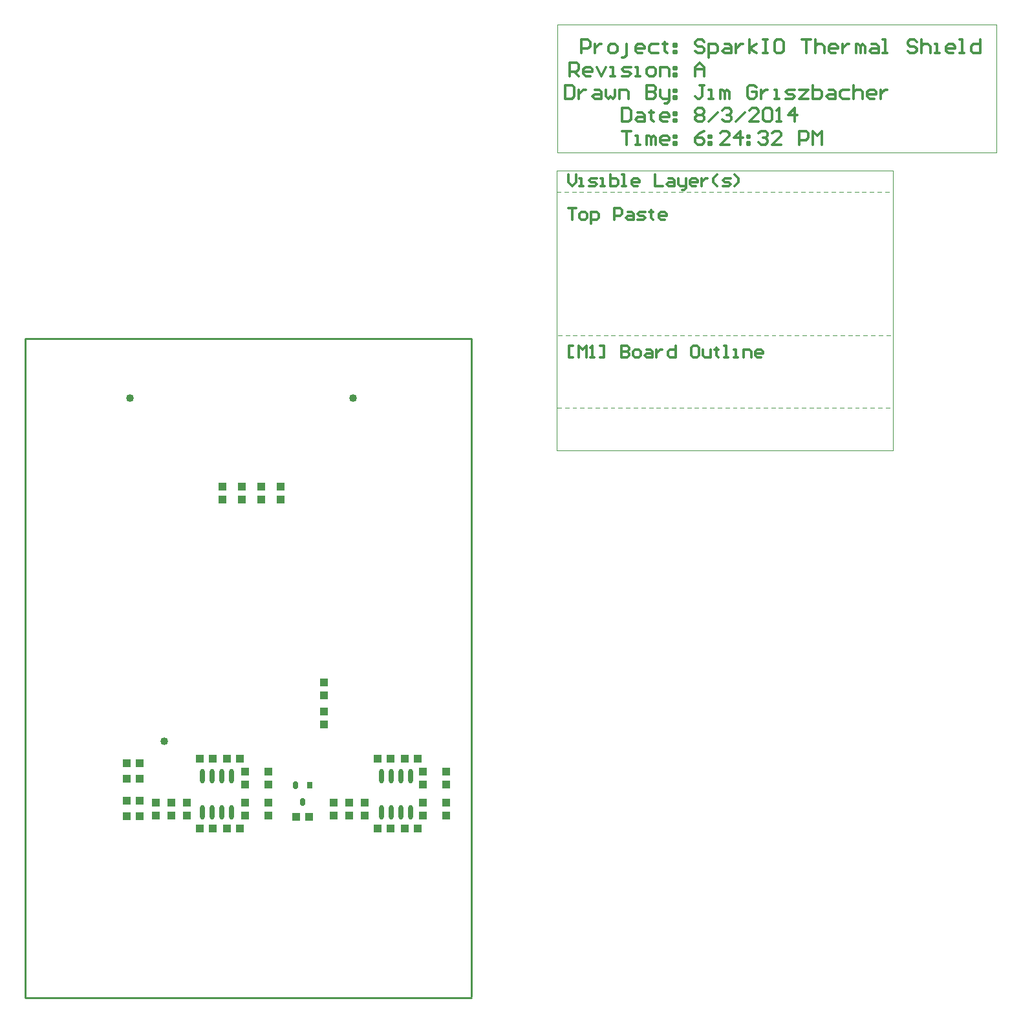
<source format=gtp>
%FSLAX25Y25*%
%MOIN*%
G70*
G01*
G75*
G04 Layer_Color=8421504*
G04:AMPARAMS|DCode=10|XSize=37.4mil|YSize=25.59mil|CornerRadius=6.4mil|HoleSize=0mil|Usage=FLASHONLY|Rotation=270.000|XOffset=0mil|YOffset=0mil|HoleType=Round|Shape=RoundedRectangle|*
%AMROUNDEDRECTD10*
21,1,0.03740,0.01280,0,0,270.0*
21,1,0.02461,0.02559,0,0,270.0*
1,1,0.01280,-0.00640,-0.01230*
1,1,0.01280,-0.00640,0.01230*
1,1,0.01280,0.00640,0.01230*
1,1,0.01280,0.00640,-0.01230*
%
%ADD10ROUNDEDRECTD10*%
%ADD11R,0.02559X0.03740*%
%ADD12O,0.02362X0.07480*%
%ADD13R,0.03900X0.04300*%
%ADD14C,0.04000*%
%ADD15R,0.04300X0.03900*%
%ADD16C,0.01500*%
%ADD17C,0.01000*%
%ADD18C,0.02000*%
%ADD19C,0.01200*%
%ADD20C,0.00394*%
%ADD21R,0.07087X0.07087*%
%ADD22C,0.07087*%
%ADD23C,0.09449*%
%ADD24R,0.07500X0.07500*%
%ADD25C,0.07500*%
%ADD26C,0.08661*%
%ADD27C,0.31496*%
%ADD28C,0.02500*%
%ADD29C,0.00787*%
%ADD30C,0.01575*%
%ADD31C,0.00984*%
%ADD32C,0.00700*%
%ADD33C,0.00800*%
D10*
X354000Y193669D02*
D03*
X350260Y202331D02*
D03*
D11*
X357740D02*
D03*
D12*
X317279Y206953D02*
D03*
X312279D02*
D03*
X307279D02*
D03*
X302279D02*
D03*
X317279Y188449D02*
D03*
X312279D02*
D03*
X307279D02*
D03*
X302279D02*
D03*
X409500Y206953D02*
D03*
X404500D02*
D03*
X399500D02*
D03*
X394500D02*
D03*
X409500Y188449D02*
D03*
X404500D02*
D03*
X399500D02*
D03*
X394500D02*
D03*
D13*
X365000Y240300D02*
D03*
Y233700D02*
D03*
X286425Y193300D02*
D03*
Y186700D02*
D03*
X365000Y255300D02*
D03*
Y248700D02*
D03*
X428000Y193300D02*
D03*
Y186700D02*
D03*
X386000Y193300D02*
D03*
Y186700D02*
D03*
X370000Y193300D02*
D03*
Y186700D02*
D03*
X428000Y202700D02*
D03*
Y209300D02*
D03*
X336425Y193300D02*
D03*
Y186700D02*
D03*
X294425Y193300D02*
D03*
Y186700D02*
D03*
X278425Y193300D02*
D03*
Y186700D02*
D03*
X336425Y202700D02*
D03*
Y209300D02*
D03*
X312500Y356300D02*
D03*
Y349700D02*
D03*
X332500Y356300D02*
D03*
Y349700D02*
D03*
X342500Y356300D02*
D03*
Y349700D02*
D03*
X322500Y356300D02*
D03*
Y349700D02*
D03*
X416000Y209300D02*
D03*
Y202700D02*
D03*
Y193300D02*
D03*
Y186700D02*
D03*
X378000Y193300D02*
D03*
Y186700D02*
D03*
X324425Y209300D02*
D03*
Y202700D02*
D03*
Y193300D02*
D03*
Y186700D02*
D03*
D14*
X265000Y402000D02*
D03*
X282600Y224900D02*
D03*
X380000Y402000D02*
D03*
D15*
X413300Y180000D02*
D03*
X406700D02*
D03*
X263393Y186378D02*
D03*
X269993D02*
D03*
X263393Y205667D02*
D03*
X269993D02*
D03*
X413300Y216000D02*
D03*
X406700D02*
D03*
X392700D02*
D03*
X399300D02*
D03*
X392700Y180000D02*
D03*
X399300D02*
D03*
X321725Y180000D02*
D03*
X315125D02*
D03*
X321725Y216000D02*
D03*
X315125D02*
D03*
X301125D02*
D03*
X307725D02*
D03*
X301125Y180000D02*
D03*
X307725D02*
D03*
X263393Y194378D02*
D03*
X269993D02*
D03*
X263393Y213667D02*
D03*
X269993D02*
D03*
X350700Y186000D02*
D03*
X357300D02*
D03*
D17*
X211000Y92700D02*
X441000D01*
Y93200D02*
Y432700D01*
X211000D02*
X441000D01*
X211000Y92700D02*
Y432700D01*
D19*
X490800Y499898D02*
X494799D01*
X492799D01*
Y493900D01*
X497798D02*
X499797D01*
X500797Y494900D01*
Y496899D01*
X499797Y497899D01*
X497798D01*
X496798Y496899D01*
Y494900D01*
X497798Y493900D01*
X502796Y491901D02*
Y497899D01*
X505795D01*
X506795Y496899D01*
Y494900D01*
X505795Y493900D01*
X502796D01*
X514792D02*
Y499898D01*
X517791D01*
X518791Y498898D01*
Y496899D01*
X517791Y495899D01*
X514792D01*
X521790Y497899D02*
X523789D01*
X524789Y496899D01*
Y493900D01*
X521790D01*
X520790Y494900D01*
X521790Y495899D01*
X524789D01*
X526788Y493900D02*
X529787D01*
X530787Y494900D01*
X529787Y495899D01*
X527788D01*
X526788Y496899D01*
X527788Y497899D01*
X530787D01*
X533786Y498898D02*
Y497899D01*
X532786D01*
X534786D01*
X533786D01*
Y494900D01*
X534786Y493900D01*
X540784D02*
X538785D01*
X537785Y494900D01*
Y496899D01*
X538785Y497899D01*
X540784D01*
X541784Y496899D01*
Y495899D01*
X537785D01*
X493399Y422800D02*
X491400D01*
Y428798D01*
X493399D01*
X496398Y422800D02*
Y428798D01*
X498398Y426799D01*
X500397Y428798D01*
Y422800D01*
X502396D02*
X504396D01*
X503396D01*
Y428798D01*
X502396Y427798D01*
X507395Y422800D02*
X509394D01*
Y428798D01*
X507395D01*
X518391D02*
Y422800D01*
X521390D01*
X522390Y423800D01*
Y424799D01*
X521390Y425799D01*
X518391D01*
X521390D01*
X522390Y426799D01*
Y427798D01*
X521390Y428798D01*
X518391D01*
X525389Y422800D02*
X527388D01*
X528388Y423800D01*
Y425799D01*
X527388Y426799D01*
X525389D01*
X524389Y425799D01*
Y423800D01*
X525389Y422800D01*
X531387Y426799D02*
X533386D01*
X534386Y425799D01*
Y422800D01*
X531387D01*
X530387Y423800D01*
X531387Y424799D01*
X534386D01*
X536385Y426799D02*
Y422800D01*
Y424799D01*
X537385Y425799D01*
X538385Y426799D01*
X539385D01*
X546382Y428798D02*
Y422800D01*
X543383D01*
X542383Y423800D01*
Y425799D01*
X543383Y426799D01*
X546382D01*
X557379Y428798D02*
X555379D01*
X554380Y427798D01*
Y423800D01*
X555379Y422800D01*
X557379D01*
X558378Y423800D01*
Y427798D01*
X557379Y428798D01*
X560378Y426799D02*
Y423800D01*
X561377Y422800D01*
X564376D01*
Y426799D01*
X567375Y427798D02*
Y426799D01*
X566376D01*
X568375D01*
X567375D01*
Y423800D01*
X568375Y422800D01*
X571374D02*
X573374D01*
X572374D01*
Y428798D01*
X571374D01*
X576372Y422800D02*
X578372D01*
X577372D01*
Y426799D01*
X576372D01*
X581371Y422800D02*
Y426799D01*
X584370D01*
X585370Y425799D01*
Y422800D01*
X590368D02*
X588369D01*
X587369Y423800D01*
Y425799D01*
X588369Y426799D01*
X590368D01*
X591368Y425799D01*
Y424799D01*
X587369D01*
X490800Y517378D02*
Y513379D01*
X492799Y511379D01*
X494799Y513379D01*
Y517378D01*
X496798Y511379D02*
X498797D01*
X497798D01*
Y515378D01*
X496798D01*
X501796Y511379D02*
X504796D01*
X505795Y512379D01*
X504796Y513379D01*
X502796D01*
X501796Y514378D01*
X502796Y515378D01*
X505795D01*
X507795Y511379D02*
X509794D01*
X508794D01*
Y515378D01*
X507795D01*
X512793Y517378D02*
Y511379D01*
X515792D01*
X516792Y512379D01*
Y513379D01*
Y514378D01*
X515792Y515378D01*
X512793D01*
X518791Y511379D02*
X520790D01*
X519791D01*
Y517378D01*
X518791D01*
X526788Y511379D02*
X524789D01*
X523789Y512379D01*
Y514378D01*
X524789Y515378D01*
X526788D01*
X527788Y514378D01*
Y513379D01*
X523789D01*
X535785Y517378D02*
Y511379D01*
X539784D01*
X542783Y515378D02*
X544782D01*
X545782Y514378D01*
Y511379D01*
X542783D01*
X541784Y512379D01*
X542783Y513379D01*
X545782D01*
X547782Y515378D02*
Y512379D01*
X548781Y511379D01*
X551780D01*
Y510380D01*
X550781Y509380D01*
X549781D01*
X551780Y511379D02*
Y515378D01*
X556779Y511379D02*
X554779D01*
X553780Y512379D01*
Y514378D01*
X554779Y515378D01*
X556779D01*
X557778Y514378D01*
Y513379D01*
X553780D01*
X559778Y515378D02*
Y511379D01*
Y513379D01*
X560777Y514378D01*
X561777Y515378D01*
X562777D01*
X567775Y511379D02*
X565776Y513379D01*
Y515378D01*
X567775Y517378D01*
X570774Y511379D02*
X573773D01*
X574773Y512379D01*
X573773Y513379D01*
X571774D01*
X570774Y514378D01*
X571774Y515378D01*
X574773D01*
X576772Y511379D02*
X578771Y513379D01*
Y515378D01*
X576772Y517378D01*
X497564Y579931D02*
Y586928D01*
X501063D01*
X502229Y585762D01*
Y583430D01*
X501063Y582263D01*
X497564D01*
X504562Y584596D02*
Y579931D01*
Y582263D01*
X505728Y583430D01*
X506894Y584596D01*
X508061D01*
X512726Y579931D02*
X515058D01*
X516225Y581097D01*
Y583430D01*
X515058Y584596D01*
X512726D01*
X511559Y583430D01*
Y581097D01*
X512726Y579931D01*
X518557Y577598D02*
X519724D01*
X520890Y578764D01*
Y584596D01*
X529054Y579931D02*
X526721D01*
X525555Y581097D01*
Y583430D01*
X526721Y584596D01*
X529054D01*
X530220Y583430D01*
Y582263D01*
X525555D01*
X537218Y584596D02*
X533719D01*
X532553Y583430D01*
Y581097D01*
X533719Y579931D01*
X537218D01*
X540717Y585762D02*
Y584596D01*
X539550D01*
X541883D01*
X540717D01*
Y581097D01*
X541883Y579931D01*
X545382Y584596D02*
X546548D01*
Y583430D01*
X545382D01*
Y584596D01*
Y581097D02*
X546548D01*
Y579931D01*
X545382D01*
Y581097D01*
X491733Y568120D02*
Y575117D01*
X495231D01*
X496398Y573951D01*
Y571619D01*
X495231Y570452D01*
X491733D01*
X494065D02*
X496398Y568120D01*
X502229D02*
X499897D01*
X498730Y569286D01*
Y571619D01*
X499897Y572785D01*
X502229D01*
X503395Y571619D01*
Y570452D01*
X498730D01*
X505728Y572785D02*
X508061Y568120D01*
X510393Y572785D01*
X512726Y568120D02*
X515058D01*
X513892D01*
Y572785D01*
X512726D01*
X518557Y568120D02*
X522056D01*
X523222Y569286D01*
X522056Y570452D01*
X519724D01*
X518557Y571619D01*
X519724Y572785D01*
X523222D01*
X525555Y568120D02*
X527887D01*
X526721D01*
Y572785D01*
X525555D01*
X532553Y568120D02*
X534885D01*
X536052Y569286D01*
Y571619D01*
X534885Y572785D01*
X532553D01*
X531386Y571619D01*
Y569286D01*
X532553Y568120D01*
X538384D02*
Y572785D01*
X541883D01*
X543049Y571619D01*
Y568120D01*
X545382Y572785D02*
X546548D01*
Y571619D01*
X545382D01*
Y572785D01*
Y569286D02*
X546548D01*
Y568120D01*
X545382D01*
Y569286D01*
X489400Y563306D02*
Y556309D01*
X492899D01*
X494065Y557475D01*
Y562140D01*
X492899Y563306D01*
X489400D01*
X496398Y560974D02*
Y556309D01*
Y558641D01*
X497564Y559807D01*
X498730Y560974D01*
X499897D01*
X504562D02*
X506894D01*
X508061Y559807D01*
Y556309D01*
X504562D01*
X503395Y557475D01*
X504562Y558641D01*
X508061D01*
X510393Y560974D02*
Y557475D01*
X511559Y556309D01*
X512726Y557475D01*
X513892Y556309D01*
X515058Y557475D01*
Y560974D01*
X517391Y556309D02*
Y560974D01*
X520890D01*
X522056Y559807D01*
Y556309D01*
X531386Y563306D02*
Y556309D01*
X534885D01*
X536052Y557475D01*
Y558641D01*
X534885Y559807D01*
X531386D01*
X534885D01*
X536052Y560974D01*
Y562140D01*
X534885Y563306D01*
X531386D01*
X538384Y560974D02*
Y557475D01*
X539550Y556309D01*
X543049D01*
Y555142D01*
X541883Y553976D01*
X540717D01*
X543049Y556309D02*
Y560974D01*
X545382D02*
X546548D01*
Y559807D01*
X545382D01*
Y560974D01*
Y557475D02*
X546548D01*
Y556309D01*
X545382D01*
Y557475D01*
X518557Y551495D02*
Y544498D01*
X522056D01*
X523222Y545664D01*
Y550329D01*
X522056Y551495D01*
X518557D01*
X526721Y549163D02*
X529054D01*
X530220Y547997D01*
Y544498D01*
X526721D01*
X525555Y545664D01*
X526721Y546830D01*
X530220D01*
X533719Y550329D02*
Y549163D01*
X532553D01*
X534885D01*
X533719D01*
Y545664D01*
X534885Y544498D01*
X541883D02*
X539550D01*
X538384Y545664D01*
Y547997D01*
X539550Y549163D01*
X541883D01*
X543049Y547997D01*
Y546830D01*
X538384D01*
X545382Y549163D02*
X546548D01*
Y547997D01*
X545382D01*
Y549163D01*
Y545664D02*
X546548D01*
Y544498D01*
X545382D01*
Y545664D01*
X518557Y539684D02*
X523222D01*
X520890D01*
Y532687D01*
X525555D02*
X527887D01*
X526721D01*
Y537352D01*
X525555D01*
X531386Y532687D02*
Y537352D01*
X532553D01*
X533719Y536186D01*
Y532687D01*
Y536186D01*
X534885Y537352D01*
X536052Y536186D01*
Y532687D01*
X541883D02*
X539550D01*
X538384Y533853D01*
Y536186D01*
X539550Y537352D01*
X541883D01*
X543049Y536186D01*
Y535019D01*
X538384D01*
X545382Y537352D02*
X546548D01*
Y536186D01*
X545382D01*
Y537352D01*
Y533853D02*
X546548D01*
Y532687D01*
X545382D01*
Y533853D01*
X560994Y585762D02*
X559828Y586928D01*
X557495D01*
X556329Y585762D01*
Y584596D01*
X557495Y583430D01*
X559828D01*
X560994Y582263D01*
Y581097D01*
X559828Y579931D01*
X557495D01*
X556329Y581097D01*
X563327Y577598D02*
Y584596D01*
X566826D01*
X567992Y583430D01*
Y581097D01*
X566826Y579931D01*
X563327D01*
X571491Y584596D02*
X573823D01*
X574990Y583430D01*
Y579931D01*
X571491D01*
X570325Y581097D01*
X571491Y582263D01*
X574990D01*
X577322Y584596D02*
Y579931D01*
Y582263D01*
X578489Y583430D01*
X579655Y584596D01*
X580821D01*
X584320Y579931D02*
Y586928D01*
Y582263D02*
X587819Y584596D01*
X584320Y582263D02*
X587819Y579931D01*
X591318Y586928D02*
X593650D01*
X592484D01*
Y579931D01*
X591318D01*
X593650D01*
X600648Y586928D02*
X598315D01*
X597149Y585762D01*
Y581097D01*
X598315Y579931D01*
X600648D01*
X601814Y581097D01*
Y585762D01*
X600648Y586928D01*
X611145D02*
X615810D01*
X613477D01*
Y579931D01*
X618143Y586928D02*
Y579931D01*
Y583430D01*
X619309Y584596D01*
X621641D01*
X622808Y583430D01*
Y579931D01*
X628639D02*
X626306D01*
X625140Y581097D01*
Y583430D01*
X626306Y584596D01*
X628639D01*
X629805Y583430D01*
Y582263D01*
X625140D01*
X632138Y584596D02*
Y579931D01*
Y582263D01*
X633304Y583430D01*
X634471Y584596D01*
X635637D01*
X639136Y579931D02*
Y584596D01*
X640302D01*
X641468Y583430D01*
Y579931D01*
Y583430D01*
X642634Y584596D01*
X643801Y583430D01*
Y579931D01*
X647300Y584596D02*
X649632D01*
X650799Y583430D01*
Y579931D01*
X647300D01*
X646133Y581097D01*
X647300Y582263D01*
X650799D01*
X653131Y579931D02*
X655464D01*
X654297D01*
Y586928D01*
X653131D01*
X670625Y585762D02*
X669459Y586928D01*
X667127D01*
X665960Y585762D01*
Y584596D01*
X667127Y583430D01*
X669459D01*
X670625Y582263D01*
Y581097D01*
X669459Y579931D01*
X667127D01*
X665960Y581097D01*
X672958Y586928D02*
Y579931D01*
Y583430D01*
X674124Y584596D01*
X676457D01*
X677623Y583430D01*
Y579931D01*
X679956D02*
X682288D01*
X681122D01*
Y584596D01*
X679956D01*
X689286Y579931D02*
X686954D01*
X685787Y581097D01*
Y583430D01*
X686954Y584596D01*
X689286D01*
X690452Y583430D01*
Y582263D01*
X685787D01*
X692785Y579931D02*
X695118D01*
X693951D01*
Y586928D01*
X692785D01*
X703282D02*
Y579931D01*
X699783D01*
X698617Y581097D01*
Y583430D01*
X699783Y584596D01*
X703282D01*
X556329Y568120D02*
Y572785D01*
X558662Y575117D01*
X560994Y572785D01*
Y568120D01*
Y571619D01*
X556329D01*
X560994Y563306D02*
X558662D01*
X559828D01*
Y557475D01*
X558662Y556309D01*
X557495D01*
X556329Y557475D01*
X563327Y556309D02*
X565659D01*
X564493D01*
Y560974D01*
X563327D01*
X569158Y556309D02*
Y560974D01*
X570325D01*
X571491Y559807D01*
Y556309D01*
Y559807D01*
X572657Y560974D01*
X573823Y559807D01*
Y556309D01*
X587819Y562140D02*
X586653Y563306D01*
X584320D01*
X583154Y562140D01*
Y557475D01*
X584320Y556309D01*
X586653D01*
X587819Y557475D01*
Y559807D01*
X585486D01*
X590152Y560974D02*
Y556309D01*
Y558641D01*
X591318Y559807D01*
X592484Y560974D01*
X593650D01*
X597149Y556309D02*
X599482D01*
X598315D01*
Y560974D01*
X597149D01*
X602981Y556309D02*
X606480D01*
X607646Y557475D01*
X606480Y558641D01*
X604147D01*
X602981Y559807D01*
X604147Y560974D01*
X607646D01*
X609978D02*
X614644D01*
X609978Y556309D01*
X614644D01*
X616976Y563306D02*
Y556309D01*
X620475D01*
X621641Y557475D01*
Y558641D01*
Y559807D01*
X620475Y560974D01*
X616976D01*
X625140D02*
X627473D01*
X628639Y559807D01*
Y556309D01*
X625140D01*
X623974Y557475D01*
X625140Y558641D01*
X628639D01*
X635637Y560974D02*
X632138D01*
X630972Y559807D01*
Y557475D01*
X632138Y556309D01*
X635637D01*
X637969Y563306D02*
Y556309D01*
Y559807D01*
X639136Y560974D01*
X641468D01*
X642634Y559807D01*
Y556309D01*
X648466D02*
X646133D01*
X644967Y557475D01*
Y559807D01*
X646133Y560974D01*
X648466D01*
X649632Y559807D01*
Y558641D01*
X644967D01*
X651965Y560974D02*
Y556309D01*
Y558641D01*
X653131Y559807D01*
X654297Y560974D01*
X655464D01*
X560994Y539684D02*
X558662Y538518D01*
X556329Y536186D01*
Y533853D01*
X557495Y532687D01*
X559828D01*
X560994Y533853D01*
Y535019D01*
X559828Y536186D01*
X556329D01*
X563327Y537352D02*
X564493D01*
Y536186D01*
X563327D01*
Y537352D01*
Y533853D02*
X564493D01*
Y532687D01*
X563327D01*
Y533853D01*
X573823Y532687D02*
X569158D01*
X573823Y537352D01*
Y538518D01*
X572657Y539684D01*
X570325D01*
X569158Y538518D01*
X579655Y532687D02*
Y539684D01*
X576156Y536186D01*
X580821D01*
X583154Y537352D02*
X584320D01*
Y536186D01*
X583154D01*
Y537352D01*
Y533853D02*
X584320D01*
Y532687D01*
X583154D01*
Y533853D01*
X588985Y538518D02*
X590152Y539684D01*
X592484D01*
X593650Y538518D01*
Y537352D01*
X592484Y536186D01*
X591318D01*
X592484D01*
X593650Y535019D01*
Y533853D01*
X592484Y532687D01*
X590152D01*
X588985Y533853D01*
X600648Y532687D02*
X595983D01*
X600648Y537352D01*
Y538518D01*
X599482Y539684D01*
X597149D01*
X595983Y538518D01*
X609978Y532687D02*
Y539684D01*
X613477D01*
X614644Y538518D01*
Y536186D01*
X613477Y535019D01*
X609978D01*
X616976Y532687D02*
Y539684D01*
X619309Y537352D01*
X621641Y539684D01*
Y532687D01*
X556329Y550329D02*
X557495Y551495D01*
X559828D01*
X560994Y550329D01*
Y549163D01*
X559828Y547997D01*
X560994Y546830D01*
Y545664D01*
X559828Y544498D01*
X557495D01*
X556329Y545664D01*
Y546830D01*
X557495Y547997D01*
X556329Y549163D01*
Y550329D01*
X557495Y547997D02*
X559828D01*
X563327Y544498D02*
X567992Y549163D01*
X570325Y550329D02*
X571491Y551495D01*
X573823D01*
X574990Y550329D01*
Y549163D01*
X573823Y547997D01*
X572657D01*
X573823D01*
X574990Y546830D01*
Y545664D01*
X573823Y544498D01*
X571491D01*
X570325Y545664D01*
X577322Y544498D02*
X581987Y549163D01*
X588985Y544498D02*
X584320D01*
X588985Y549163D01*
Y550329D01*
X587819Y551495D01*
X585486D01*
X584320Y550329D01*
X591318D02*
X592484Y551495D01*
X594817D01*
X595983Y550329D01*
Y545664D01*
X594817Y544498D01*
X592484D01*
X591318Y545664D01*
Y550329D01*
X598315Y544498D02*
X600648D01*
X599482D01*
Y551495D01*
X598315Y550329D01*
X607646Y544498D02*
Y551495D01*
X604147Y547997D01*
X608812D01*
D20*
X485263Y396877D02*
X487231D01*
X489200D02*
X491168D01*
X493137D02*
X495106D01*
X497074D02*
X499043D01*
X501011D02*
X502980D01*
X504948D02*
X506917D01*
X508885D02*
X510853D01*
X512822D02*
X514790D01*
X516759D02*
X518728D01*
X520696D02*
X522665D01*
X524633D02*
X526602D01*
X528570D02*
X530539D01*
X532507D02*
X534476D01*
X536444D02*
X538413D01*
X540381D02*
X542350D01*
X544318D02*
X546287D01*
X548255D02*
X550224D01*
X552192D02*
X554161D01*
X556129D02*
X558098D01*
X560066D02*
X562035D01*
X564003D02*
X565972D01*
X567940D02*
X569909D01*
X571877D02*
X573846D01*
X575814D02*
X577783D01*
X579751D02*
X581720D01*
X583688D02*
X585657D01*
X587625D02*
X589594D01*
X591562D02*
X593531D01*
X595499D02*
X597468D01*
X599436D02*
X601405D01*
X603373D02*
X605342D01*
X607310D02*
X609279D01*
X611247D02*
X613216D01*
X615184D02*
X617153D01*
X619121D02*
X621090D01*
X623058D02*
X625027D01*
X626995D02*
X628964D01*
X630932D02*
X632901D01*
X634869D02*
X636838D01*
X638806D02*
X640775D01*
X642743D02*
X644712D01*
X646680D02*
X648649D01*
X650617D02*
X652586D01*
X654554D02*
X656523D01*
X485563Y434317D02*
X487532D01*
X489500D02*
X491468D01*
X493437D02*
X495405D01*
X497374D02*
X499342D01*
X501311D02*
X503279D01*
X505248D02*
X507217D01*
X509185D02*
X511154D01*
X513122D02*
X515091D01*
X517059D02*
X519028D01*
X520996D02*
X522965D01*
X524933D02*
X526902D01*
X528870D02*
X530839D01*
X532807D02*
X534776D01*
X536744D02*
X538713D01*
X540681D02*
X542650D01*
X544618D02*
X546587D01*
X548555D02*
X550524D01*
X552492D02*
X554461D01*
X556429D02*
X558398D01*
X560366D02*
X562335D01*
X564303D02*
X566272D01*
X568240D02*
X570209D01*
X572177D02*
X574146D01*
X576114D02*
X578083D01*
X580051D02*
X582020D01*
X583988D02*
X585957D01*
X587925D02*
X589894D01*
X591862D02*
X593831D01*
X595799D02*
X597768D01*
X599736D02*
X601705D01*
X603673D02*
X605642D01*
X607610D02*
X609579D01*
X611547D02*
X613516D01*
X615484D02*
X617453D01*
X619421D02*
X621390D01*
X623358D02*
X625327D01*
X627295D02*
X629264D01*
X631232D02*
X633201D01*
X635169D02*
X637138D01*
X639106D02*
X641075D01*
X643043D02*
X645012D01*
X646980D02*
X648949D01*
X650917D02*
X652886D01*
X654854D02*
X656823D01*
X654254Y508427D02*
X656223D01*
X650317D02*
X652286D01*
X646380D02*
X648349D01*
X642443D02*
X644412D01*
X638506D02*
X640475D01*
X634569D02*
X636538D01*
X630632D02*
X632601D01*
X626695D02*
X628664D01*
X622758D02*
X624727D01*
X618821D02*
X620790D01*
X614884D02*
X616853D01*
X610947D02*
X612916D01*
X607010D02*
X608979D01*
X603073D02*
X605042D01*
X599136D02*
X601105D01*
X595199D02*
X597168D01*
X591262D02*
X593231D01*
X587325D02*
X589294D01*
X583388D02*
X585357D01*
X579451D02*
X581420D01*
X575514D02*
X577483D01*
X571577D02*
X573546D01*
X567640D02*
X569609D01*
X563703D02*
X565672D01*
X559766D02*
X561735D01*
X555829D02*
X557798D01*
X551892D02*
X553861D01*
X547955D02*
X549924D01*
X544018D02*
X545987D01*
X540081D02*
X542050D01*
X536144D02*
X538113D01*
X532207D02*
X534176D01*
X528270D02*
X530239D01*
X524333D02*
X526302D01*
X520396D02*
X522365D01*
X516459D02*
X518428D01*
X512522D02*
X514491D01*
X508585D02*
X510554D01*
X504648D02*
X506616D01*
X500711D02*
X502679D01*
X496774D02*
X498742D01*
X492837D02*
X494805D01*
X488900D02*
X490869D01*
X484963D02*
X486932D01*
X658191Y375000D02*
Y507443D01*
X484963Y375000D02*
X658191D01*
X484963D02*
Y507443D01*
Y519253D01*
X658191D01*
Y507443D02*
Y519253D01*
X485463Y528750D02*
Y594700D01*
Y528750D02*
X711600D01*
Y594700D01*
X485463D02*
X711600D01*
M02*

</source>
